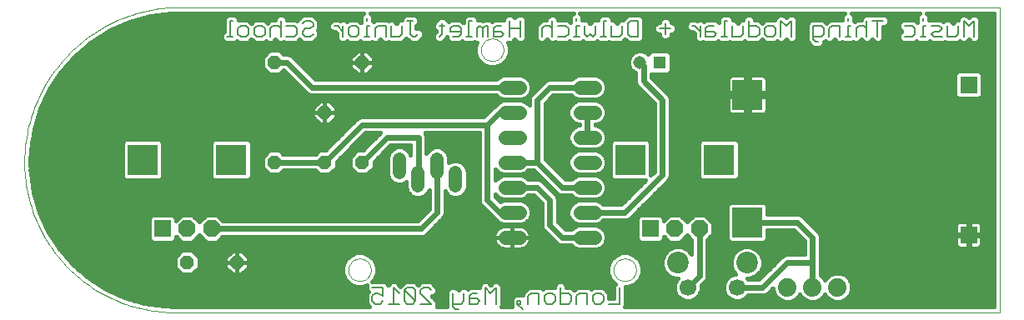
<source format=gbl>
G75*
%MOIN*%
%OFA0B0*%
%FSLAX24Y24*%
%IPPOS*%
%LPD*%
%AMOC8*
5,1,8,0,0,1.08239X$1,22.5*
%
%ADD10C,0.0000*%
%ADD11C,0.0060*%
%ADD12R,0.1200X0.1200*%
%ADD13OC8,0.0560*%
%ADD14R,0.0516X0.0516*%
%ADD15C,0.0516*%
%ADD16C,0.0560*%
%ADD17C,0.0740*%
%ADD18R,0.0690X0.0690*%
%ADD19R,0.0673X0.0673*%
%ADD20OC8,0.0673*%
%ADD21R,0.1227X0.1227*%
%ADD22C,0.0540*%
%ADD23C,0.0866*%
%ADD24C,0.0669*%
%ADD25C,0.0240*%
%ADD26C,0.0160*%
D10*
X006701Y001180D02*
X039656Y001180D01*
X039656Y013385D01*
X006982Y013385D01*
X018930Y011680D02*
X018932Y011722D01*
X018938Y011764D01*
X018948Y011805D01*
X018961Y011845D01*
X018979Y011883D01*
X018999Y011920D01*
X019024Y011955D01*
X019051Y011987D01*
X019081Y012016D01*
X019114Y012043D01*
X019149Y012066D01*
X019186Y012086D01*
X019225Y012102D01*
X019265Y012115D01*
X019306Y012124D01*
X019348Y012129D01*
X019391Y012130D01*
X019433Y012127D01*
X019474Y012120D01*
X019515Y012109D01*
X019555Y012095D01*
X019593Y012077D01*
X019629Y012055D01*
X019663Y012030D01*
X019694Y012002D01*
X019723Y011971D01*
X019749Y011938D01*
X019771Y011902D01*
X019791Y011864D01*
X019806Y011825D01*
X019818Y011785D01*
X019826Y011743D01*
X019830Y011701D01*
X019830Y011659D01*
X019826Y011617D01*
X019818Y011575D01*
X019806Y011535D01*
X019791Y011496D01*
X019771Y011458D01*
X019749Y011422D01*
X019723Y011389D01*
X019694Y011358D01*
X019663Y011330D01*
X019629Y011305D01*
X019593Y011283D01*
X019555Y011265D01*
X019515Y011251D01*
X019474Y011240D01*
X019433Y011233D01*
X019391Y011230D01*
X019348Y011231D01*
X019306Y011236D01*
X019265Y011245D01*
X019225Y011258D01*
X019186Y011274D01*
X019149Y011294D01*
X019114Y011317D01*
X019081Y011344D01*
X019051Y011373D01*
X019024Y011405D01*
X018999Y011440D01*
X018979Y011477D01*
X018961Y011515D01*
X018948Y011555D01*
X018938Y011596D01*
X018932Y011638D01*
X018930Y011680D01*
X006983Y013384D02*
X006828Y013385D01*
X006673Y013381D01*
X006518Y013373D01*
X006363Y013362D01*
X006209Y013346D01*
X006055Y013327D01*
X005901Y013304D01*
X005749Y013278D01*
X005597Y013247D01*
X005445Y013213D01*
X005295Y013174D01*
X005146Y013133D01*
X004998Y013087D01*
X004851Y013038D01*
X004705Y012985D01*
X004560Y012928D01*
X004417Y012868D01*
X004276Y012804D01*
X004136Y012737D01*
X003998Y012667D01*
X003862Y012593D01*
X003728Y012515D01*
X003595Y012434D01*
X003465Y012350D01*
X003337Y012263D01*
X003211Y012173D01*
X003087Y012079D01*
X002966Y011983D01*
X002847Y011883D01*
X002730Y011780D01*
X002617Y011675D01*
X002505Y011567D01*
X002397Y011456D01*
X002291Y011342D01*
X002189Y011226D01*
X002089Y011107D01*
X001992Y010986D01*
X001898Y010863D01*
X001808Y010737D01*
X001720Y010609D01*
X001636Y010479D01*
X001555Y010346D01*
X001477Y010212D01*
X001403Y010076D01*
X001332Y009938D01*
X001265Y009798D01*
X001201Y009657D01*
X001141Y009514D01*
X001084Y009370D01*
X001031Y009224D01*
X000981Y009077D01*
X000935Y008929D01*
X000893Y008780D01*
X000855Y008630D01*
X000820Y008478D01*
X000789Y008326D01*
X000762Y008174D01*
X000739Y008020D01*
X000720Y007867D01*
X000704Y007712D01*
X000692Y007558D01*
X000685Y007403D01*
X000681Y007248D01*
X000680Y007248D02*
X000680Y007201D01*
X000682Y007048D01*
X000688Y006896D01*
X000697Y006744D01*
X000711Y006592D01*
X000728Y006440D01*
X000749Y006289D01*
X000774Y006139D01*
X000803Y005989D01*
X000836Y005840D01*
X000872Y005692D01*
X000912Y005545D01*
X000956Y005399D01*
X001004Y005254D01*
X001055Y005110D01*
X001110Y004968D01*
X001168Y004827D01*
X001230Y004687D01*
X001295Y004549D01*
X001364Y004413D01*
X001437Y004279D01*
X001512Y004147D01*
X001591Y004016D01*
X001674Y003888D01*
X001759Y003761D01*
X001848Y003637D01*
X001940Y003516D01*
X002035Y003396D01*
X002133Y003279D01*
X002233Y003165D01*
X002337Y003053D01*
X002444Y002944D01*
X002553Y002837D01*
X002665Y002733D01*
X002779Y002633D01*
X002896Y002535D01*
X003016Y002440D01*
X003137Y002348D01*
X003261Y002259D01*
X003388Y002174D01*
X003516Y002091D01*
X003647Y002012D01*
X003779Y001937D01*
X003913Y001864D01*
X004049Y001795D01*
X004187Y001730D01*
X004327Y001668D01*
X004468Y001610D01*
X004610Y001555D01*
X004754Y001504D01*
X004899Y001456D01*
X005045Y001412D01*
X005192Y001372D01*
X005340Y001336D01*
X005489Y001303D01*
X005639Y001274D01*
X005789Y001249D01*
X005940Y001228D01*
X006092Y001211D01*
X006244Y001197D01*
X006396Y001188D01*
X006548Y001182D01*
X006701Y001180D01*
X013630Y002880D02*
X013632Y002922D01*
X013638Y002964D01*
X013648Y003005D01*
X013661Y003045D01*
X013679Y003083D01*
X013699Y003120D01*
X013724Y003155D01*
X013751Y003187D01*
X013781Y003216D01*
X013814Y003243D01*
X013849Y003266D01*
X013886Y003286D01*
X013925Y003302D01*
X013965Y003315D01*
X014006Y003324D01*
X014048Y003329D01*
X014091Y003330D01*
X014133Y003327D01*
X014174Y003320D01*
X014215Y003309D01*
X014255Y003295D01*
X014293Y003277D01*
X014329Y003255D01*
X014363Y003230D01*
X014394Y003202D01*
X014423Y003171D01*
X014449Y003138D01*
X014471Y003102D01*
X014491Y003064D01*
X014506Y003025D01*
X014518Y002985D01*
X014526Y002943D01*
X014530Y002901D01*
X014530Y002859D01*
X014526Y002817D01*
X014518Y002775D01*
X014506Y002735D01*
X014491Y002696D01*
X014471Y002658D01*
X014449Y002622D01*
X014423Y002589D01*
X014394Y002558D01*
X014363Y002530D01*
X014329Y002505D01*
X014293Y002483D01*
X014255Y002465D01*
X014215Y002451D01*
X014174Y002440D01*
X014133Y002433D01*
X014091Y002430D01*
X014048Y002431D01*
X014006Y002436D01*
X013965Y002445D01*
X013925Y002458D01*
X013886Y002474D01*
X013849Y002494D01*
X013814Y002517D01*
X013781Y002544D01*
X013751Y002573D01*
X013724Y002605D01*
X013699Y002640D01*
X013679Y002677D01*
X013661Y002715D01*
X013648Y002755D01*
X013638Y002796D01*
X013632Y002838D01*
X013630Y002880D01*
X024230Y002880D02*
X024232Y002922D01*
X024238Y002964D01*
X024248Y003005D01*
X024261Y003045D01*
X024279Y003083D01*
X024299Y003120D01*
X024324Y003155D01*
X024351Y003187D01*
X024381Y003216D01*
X024414Y003243D01*
X024449Y003266D01*
X024486Y003286D01*
X024525Y003302D01*
X024565Y003315D01*
X024606Y003324D01*
X024648Y003329D01*
X024691Y003330D01*
X024733Y003327D01*
X024774Y003320D01*
X024815Y003309D01*
X024855Y003295D01*
X024893Y003277D01*
X024929Y003255D01*
X024963Y003230D01*
X024994Y003202D01*
X025023Y003171D01*
X025049Y003138D01*
X025071Y003102D01*
X025091Y003064D01*
X025106Y003025D01*
X025118Y002985D01*
X025126Y002943D01*
X025130Y002901D01*
X025130Y002859D01*
X025126Y002817D01*
X025118Y002775D01*
X025106Y002735D01*
X025091Y002696D01*
X025071Y002658D01*
X025049Y002622D01*
X025023Y002589D01*
X024994Y002558D01*
X024963Y002530D01*
X024929Y002505D01*
X024893Y002483D01*
X024855Y002465D01*
X024815Y002451D01*
X024774Y002440D01*
X024733Y002433D01*
X024691Y002430D01*
X024648Y002431D01*
X024606Y002436D01*
X024565Y002445D01*
X024525Y002458D01*
X024486Y002474D01*
X024449Y002494D01*
X024414Y002517D01*
X024381Y002544D01*
X024351Y002573D01*
X024324Y002605D01*
X024299Y002640D01*
X024279Y002677D01*
X024261Y002715D01*
X024248Y002755D01*
X024238Y002796D01*
X024232Y002838D01*
X024230Y002880D01*
D11*
X024469Y002165D02*
X024469Y001524D01*
X024042Y001524D01*
X023824Y001631D02*
X023717Y001524D01*
X023504Y001524D01*
X023397Y001631D01*
X023397Y001844D01*
X023504Y001951D01*
X023717Y001951D01*
X023824Y001844D01*
X023824Y001631D01*
X023180Y001524D02*
X023180Y001951D01*
X022859Y001951D01*
X022753Y001844D01*
X022753Y001524D01*
X022535Y001631D02*
X022535Y001844D01*
X022428Y001951D01*
X022108Y001951D01*
X021890Y001844D02*
X021890Y001631D01*
X021784Y001524D01*
X021570Y001524D01*
X021463Y001631D01*
X021463Y001844D01*
X021570Y001951D01*
X021784Y001951D01*
X021890Y001844D01*
X022108Y001524D02*
X022108Y002165D01*
X021246Y001951D02*
X020926Y001951D01*
X020819Y001844D01*
X020819Y001524D01*
X020601Y001310D02*
X020388Y001524D01*
X020495Y001524D01*
X020495Y001631D01*
X020388Y001631D01*
X020388Y001524D01*
X021246Y001524D02*
X021246Y001951D01*
X022108Y001524D02*
X022428Y001524D01*
X022535Y001631D01*
X019527Y001524D02*
X019527Y002165D01*
X019314Y001951D01*
X019100Y002165D01*
X019100Y001524D01*
X018883Y001631D02*
X018776Y001738D01*
X018456Y001738D01*
X018456Y001844D02*
X018456Y001524D01*
X018776Y001524D01*
X018883Y001631D01*
X018238Y001631D02*
X018131Y001524D01*
X017811Y001524D01*
X017811Y001417D02*
X017918Y001310D01*
X018024Y001310D01*
X017811Y001417D02*
X017811Y001951D01*
X018238Y001951D02*
X018238Y001631D01*
X018456Y001844D02*
X018562Y001951D01*
X018776Y001951D01*
X016949Y002058D02*
X016842Y002165D01*
X016629Y002165D01*
X016522Y002058D01*
X016522Y001951D01*
X016949Y001524D01*
X016522Y001524D01*
X016304Y001631D02*
X015877Y002058D01*
X015877Y001631D01*
X015984Y001524D01*
X016198Y001524D01*
X016304Y001631D01*
X016304Y002058D01*
X016198Y002165D01*
X015984Y002165D01*
X015877Y002058D01*
X015660Y001951D02*
X015446Y002165D01*
X015446Y001524D01*
X015233Y001524D02*
X015660Y001524D01*
X015015Y001631D02*
X014908Y001524D01*
X014695Y001524D01*
X014588Y001631D01*
X014588Y001844D01*
X014695Y001951D01*
X014802Y001951D01*
X015015Y001844D01*
X015015Y002165D01*
X014588Y002165D01*
X032207Y012103D02*
X032207Y012637D01*
X032527Y012637D01*
X032634Y012530D01*
X032634Y012317D01*
X032527Y012210D01*
X032207Y012210D01*
X032207Y012103D02*
X032314Y011996D01*
X032421Y011996D01*
X032852Y012210D02*
X032852Y012530D01*
X032958Y012637D01*
X033279Y012637D01*
X033279Y012210D01*
X033495Y012210D02*
X033708Y012210D01*
X033602Y012210D02*
X033602Y012637D01*
X033708Y012637D01*
X033602Y012851D02*
X033602Y012957D01*
X034033Y012637D02*
X033926Y012530D01*
X033926Y012210D01*
X034353Y012210D02*
X034353Y012851D01*
X034571Y012851D02*
X034998Y012851D01*
X034784Y012851D02*
X034784Y012210D01*
X034353Y012530D02*
X034246Y012637D01*
X034033Y012637D01*
X035860Y012637D02*
X036180Y012637D01*
X036287Y012530D01*
X036287Y012317D01*
X036180Y012210D01*
X035860Y012210D01*
X036503Y012210D02*
X036716Y012210D01*
X036610Y012210D02*
X036610Y012637D01*
X036716Y012637D01*
X036934Y012637D02*
X037254Y012637D01*
X037361Y012530D01*
X037254Y012424D01*
X037041Y012424D01*
X036934Y012317D01*
X037041Y012210D01*
X037361Y012210D01*
X037578Y012210D02*
X037578Y012637D01*
X038005Y012637D02*
X038005Y012317D01*
X037899Y012210D01*
X037578Y012210D01*
X038223Y012210D02*
X038223Y012851D01*
X038436Y012637D01*
X038650Y012851D01*
X038650Y012210D01*
X036610Y012851D02*
X036610Y012957D01*
X031345Y012851D02*
X031345Y012210D01*
X030918Y012210D02*
X030918Y012851D01*
X031132Y012637D01*
X031345Y012851D01*
X030701Y012530D02*
X030594Y012637D01*
X030380Y012637D01*
X030274Y012530D01*
X030274Y012317D01*
X030380Y012210D01*
X030594Y012210D01*
X030701Y012317D01*
X030701Y012530D01*
X030056Y012530D02*
X030056Y012317D01*
X029949Y012210D01*
X029629Y012210D01*
X029629Y012851D01*
X029629Y012637D02*
X029949Y012637D01*
X030056Y012530D01*
X029411Y012637D02*
X029411Y012317D01*
X029305Y012210D01*
X028984Y012210D01*
X028984Y012637D01*
X028767Y012851D02*
X028660Y012851D01*
X028660Y012210D01*
X028767Y012210D02*
X028553Y012210D01*
X028337Y012317D02*
X028230Y012424D01*
X027910Y012424D01*
X027910Y012530D02*
X027910Y012210D01*
X028230Y012210D01*
X028337Y012317D01*
X028017Y012637D02*
X027910Y012530D01*
X028017Y012637D02*
X028230Y012637D01*
X027693Y012637D02*
X027693Y012210D01*
X027693Y012424D02*
X027479Y012637D01*
X027372Y012637D01*
X026511Y012530D02*
X026084Y012530D01*
X026297Y012744D02*
X026297Y012317D01*
X025222Y012210D02*
X025222Y012851D01*
X024902Y012851D01*
X024795Y012744D01*
X024795Y012317D01*
X024902Y012210D01*
X025222Y012210D01*
X024577Y012317D02*
X024471Y012210D01*
X024150Y012210D01*
X024150Y012637D01*
X023933Y012851D02*
X023826Y012851D01*
X023826Y012210D01*
X023933Y012210D02*
X023719Y012210D01*
X023503Y012317D02*
X023396Y012210D01*
X023290Y012317D01*
X023183Y012210D01*
X023076Y012317D01*
X023076Y012637D01*
X022859Y012637D02*
X022752Y012637D01*
X022752Y012210D01*
X022859Y012210D02*
X022645Y012210D01*
X022429Y012317D02*
X022322Y012210D01*
X022002Y012210D01*
X021784Y012210D02*
X021784Y012851D01*
X021678Y012637D02*
X021464Y012637D01*
X021357Y012530D01*
X021357Y012210D01*
X021784Y012530D02*
X021678Y012637D01*
X022002Y012637D02*
X022322Y012637D01*
X022429Y012530D01*
X022429Y012317D01*
X022752Y012851D02*
X022752Y012957D01*
X023503Y012637D02*
X023503Y012317D01*
X024577Y012317D02*
X024577Y012637D01*
X020495Y012530D02*
X020068Y012530D01*
X019851Y012317D02*
X019744Y012424D01*
X019424Y012424D01*
X019424Y012530D02*
X019424Y012210D01*
X019744Y012210D01*
X019851Y012317D01*
X020068Y012210D02*
X020068Y012851D01*
X019744Y012637D02*
X019530Y012637D01*
X019424Y012530D01*
X019206Y012637D02*
X019099Y012637D01*
X018993Y012530D01*
X018886Y012637D01*
X018779Y012530D01*
X018779Y012210D01*
X018993Y012210D02*
X018993Y012530D01*
X019206Y012637D02*
X019206Y012210D01*
X018562Y012210D02*
X018348Y012210D01*
X018455Y012210D02*
X018455Y012851D01*
X018562Y012851D01*
X018132Y012530D02*
X018025Y012637D01*
X017812Y012637D01*
X017705Y012530D01*
X017705Y012424D01*
X018132Y012424D01*
X018132Y012530D02*
X018132Y012317D01*
X018025Y012210D01*
X017812Y012210D01*
X017381Y012317D02*
X017274Y012210D01*
X017381Y012317D02*
X017381Y012744D01*
X017487Y012637D02*
X017274Y012637D01*
X016413Y012317D02*
X016306Y012210D01*
X016200Y012210D01*
X016093Y012317D01*
X016093Y012851D01*
X016200Y012851D02*
X015986Y012851D01*
X015768Y012637D02*
X015768Y012317D01*
X015662Y012210D01*
X015341Y012210D01*
X015341Y012637D01*
X015124Y012637D02*
X014804Y012637D01*
X014697Y012530D01*
X014697Y012210D01*
X014479Y012210D02*
X014266Y012210D01*
X014373Y012210D02*
X014373Y012637D01*
X014479Y012637D01*
X014373Y012851D02*
X014373Y012957D01*
X014050Y012530D02*
X013943Y012637D01*
X013729Y012637D01*
X013623Y012530D01*
X013623Y012317D01*
X013729Y012210D01*
X013943Y012210D01*
X014050Y012317D01*
X014050Y012530D01*
X013405Y012424D02*
X013192Y012637D01*
X013085Y012637D01*
X013405Y012637D02*
X013405Y012210D01*
X012223Y012317D02*
X012117Y012210D01*
X011903Y012210D01*
X011796Y012317D01*
X011796Y012424D01*
X011903Y012530D01*
X012117Y012530D01*
X012223Y012637D01*
X012223Y012744D01*
X012117Y012851D01*
X011903Y012851D01*
X011796Y012744D01*
X011579Y012530D02*
X011579Y012317D01*
X011472Y012210D01*
X011152Y012210D01*
X010934Y012210D02*
X010934Y012851D01*
X010828Y012637D02*
X010614Y012637D01*
X010507Y012530D01*
X010507Y012210D01*
X010290Y012317D02*
X010183Y012210D01*
X009970Y012210D01*
X009863Y012317D01*
X009863Y012530D01*
X009970Y012637D01*
X010183Y012637D01*
X010290Y012530D01*
X010290Y012317D01*
X010828Y012637D02*
X010934Y012530D01*
X011152Y012637D02*
X011472Y012637D01*
X011579Y012530D01*
X009645Y012530D02*
X009645Y012317D01*
X009539Y012210D01*
X009325Y012210D01*
X009218Y012317D01*
X009218Y012530D01*
X009325Y012637D01*
X009539Y012637D01*
X009645Y012530D01*
X009001Y012210D02*
X008787Y012210D01*
X008894Y012210D02*
X008894Y012851D01*
X009001Y012851D01*
X015124Y012637D02*
X015124Y012210D01*
X020495Y012210D02*
X020495Y012851D01*
D12*
X029580Y009880D03*
X029580Y004780D03*
D13*
X014180Y007180D03*
X012680Y007180D03*
X010680Y007180D03*
X012680Y009180D03*
X014180Y011180D03*
X010680Y011180D03*
X009180Y003180D03*
X007180Y003180D03*
D14*
X026074Y011180D03*
D15*
X025286Y011180D03*
D16*
X023460Y010180D02*
X022900Y010180D01*
X020460Y010180D02*
X019900Y010180D01*
X019900Y009180D02*
X020460Y009180D01*
X022900Y009180D02*
X023460Y009180D01*
X023460Y008180D02*
X022900Y008180D01*
X020460Y008180D02*
X019900Y008180D01*
X019900Y007180D02*
X020460Y007180D01*
X022900Y007180D02*
X023460Y007180D01*
X023460Y006180D02*
X022900Y006180D01*
X020460Y006180D02*
X019900Y006180D01*
X019900Y005180D02*
X020460Y005180D01*
X022900Y005180D02*
X023460Y005180D01*
X023460Y004180D02*
X022900Y004180D01*
X020460Y004180D02*
X019900Y004180D01*
D17*
X031180Y002180D03*
X032180Y002180D03*
X033180Y002180D03*
D18*
X038426Y004282D03*
X038426Y010282D03*
D19*
X025696Y004526D03*
X006196Y004526D03*
D20*
X007180Y004526D03*
X008164Y004526D03*
X026680Y004526D03*
X027664Y004526D03*
D21*
X028452Y007282D03*
X024908Y007282D03*
X008952Y007282D03*
X005408Y007282D03*
D22*
X015670Y007322D02*
X015670Y006782D01*
X016420Y006782D02*
X016420Y006242D01*
X017920Y006242D02*
X017920Y006782D01*
X017170Y006782D02*
X017170Y007322D01*
D23*
X026802Y003164D03*
X029558Y003164D03*
D24*
X029164Y002180D03*
X027196Y002180D03*
D25*
X027664Y002649D01*
X027664Y004526D01*
X029580Y004780D02*
X031580Y004780D01*
X032180Y004180D01*
X032180Y003180D01*
X031180Y003180D01*
X030180Y002180D01*
X029164Y002180D01*
X032180Y002180D02*
X032180Y003180D01*
X026180Y006680D02*
X024680Y005180D01*
X023180Y005180D01*
X022180Y004180D02*
X021680Y004680D01*
X021680Y005680D01*
X021180Y006180D01*
X020180Y006180D01*
X019180Y005680D02*
X019180Y008680D01*
X014180Y008680D01*
X012680Y007180D01*
X010680Y007180D01*
X014180Y007180D02*
X015180Y008180D01*
X016430Y008180D01*
X016430Y006792D01*
X016420Y006782D01*
X017170Y006782D02*
X017180Y006773D01*
X017180Y005180D01*
X016526Y004526D01*
X008164Y004526D01*
X019180Y005680D02*
X019680Y005180D01*
X020180Y005180D01*
X022180Y004180D02*
X023180Y004180D01*
X023180Y006180D02*
X022180Y006180D01*
X021180Y007180D01*
X021180Y009680D01*
X021680Y010180D01*
X023180Y010180D01*
X025430Y010430D02*
X025430Y011036D01*
X025286Y011180D01*
X025430Y010430D02*
X026180Y009680D01*
X026180Y006680D01*
X023180Y008180D02*
X023180Y009180D01*
X020180Y009180D02*
X019680Y009180D01*
X019180Y008680D01*
X020180Y007180D02*
X021180Y007180D01*
X020180Y010180D02*
X012180Y010180D01*
X011180Y011180D01*
X010680Y011180D01*
D26*
X004677Y001775D02*
X003926Y002118D01*
X003231Y002565D01*
X002606Y003106D01*
X002065Y003731D01*
X001618Y004426D01*
X001275Y005177D01*
X001042Y005970D01*
X000925Y006788D01*
X000910Y007201D01*
X000910Y007245D01*
X000931Y007672D01*
X001064Y008516D01*
X001315Y009333D01*
X001681Y010106D01*
X002152Y010818D01*
X002721Y011457D01*
X003374Y012008D01*
X004099Y012460D01*
X004881Y012805D01*
X005704Y013035D01*
X006552Y013145D01*
X006978Y013155D01*
X006981Y013155D01*
X007074Y013153D01*
X007076Y013155D01*
X014245Y013155D01*
X014143Y013053D01*
X014143Y012763D01*
X014120Y012785D01*
X014038Y012867D01*
X013634Y012867D01*
X013567Y012800D01*
X013500Y012867D01*
X013310Y012867D01*
X013298Y012856D01*
X013287Y012867D01*
X012990Y012867D01*
X012855Y012732D01*
X012855Y012542D01*
X012990Y012407D01*
X013096Y012407D01*
X013175Y012328D01*
X013175Y012115D01*
X013310Y011980D01*
X013500Y011980D01*
X013567Y012047D01*
X013634Y011980D01*
X014038Y011980D01*
X014104Y012046D01*
X014171Y011980D01*
X014575Y011980D01*
X014588Y011993D01*
X014602Y011980D01*
X014792Y011980D01*
X014910Y012098D01*
X015029Y011980D01*
X015219Y011980D01*
X015233Y011993D01*
X015246Y011980D01*
X015757Y011980D01*
X015892Y012115D01*
X015931Y012154D01*
X015942Y012142D01*
X015997Y012087D01*
X015997Y012087D01*
X016025Y012059D01*
X016104Y011980D01*
X016402Y011980D01*
X016643Y012221D01*
X016643Y012412D01*
X016508Y012547D01*
X016323Y012547D01*
X016323Y012649D01*
X016430Y012755D01*
X016430Y012946D01*
X016295Y013081D01*
X015891Y013081D01*
X015756Y012946D01*
X015756Y012867D01*
X015673Y012867D01*
X015555Y012749D01*
X015437Y012867D01*
X015246Y012867D01*
X015233Y012854D01*
X015219Y012867D01*
X014708Y012867D01*
X014642Y012800D01*
X014603Y012839D01*
X014603Y013053D01*
X014500Y013155D01*
X022624Y013155D01*
X022522Y013053D01*
X022522Y012763D01*
X022499Y012785D01*
X022417Y012867D01*
X022014Y012867D01*
X022014Y012946D01*
X021880Y013081D01*
X021689Y013081D01*
X021554Y012946D01*
X021554Y012867D01*
X021369Y012867D01*
X021262Y012760D01*
X021127Y012626D01*
X021127Y012115D01*
X021262Y011980D01*
X021453Y011980D01*
X021571Y012098D01*
X021689Y011980D01*
X021880Y011980D01*
X021893Y011993D01*
X021907Y011980D01*
X022417Y011980D01*
X022484Y012046D01*
X022550Y011980D01*
X022954Y011980D01*
X023021Y012047D01*
X023088Y011980D01*
X023278Y011980D01*
X023290Y011991D01*
X023301Y011980D01*
X023492Y011980D01*
X023558Y012046D01*
X023624Y011980D01*
X024028Y011980D01*
X024042Y011993D01*
X024055Y011980D01*
X024566Y011980D01*
X024686Y012100D01*
X024700Y012087D01*
X024727Y012059D01*
X024806Y011980D01*
X025317Y011980D01*
X025452Y012115D01*
X025452Y012946D01*
X025317Y013081D01*
X024806Y013081D01*
X024725Y012999D01*
X024700Y012974D01*
X024647Y012921D01*
X024593Y012867D01*
X024482Y012867D01*
X024364Y012749D01*
X024246Y012867D01*
X024163Y012867D01*
X024163Y012946D01*
X024028Y013081D01*
X023731Y013081D01*
X023596Y012946D01*
X023596Y012867D01*
X023408Y012867D01*
X023290Y012749D01*
X023171Y012867D01*
X022982Y012867D01*
X022982Y013053D01*
X022880Y013155D01*
X033474Y013155D01*
X033372Y013053D01*
X033372Y012867D01*
X032863Y012867D01*
X032756Y012760D01*
X032743Y012747D01*
X032704Y012785D01*
X032623Y012867D01*
X032112Y012867D01*
X031977Y012732D01*
X031977Y012008D01*
X032219Y011766D01*
X032516Y011766D01*
X032651Y011901D01*
X032651Y012008D01*
X032690Y012047D01*
X032756Y011980D01*
X032947Y011980D01*
X033065Y012098D01*
X033183Y011980D01*
X033374Y011980D01*
X033387Y011993D01*
X033400Y011980D01*
X033804Y011980D01*
X033817Y011993D01*
X033831Y011980D01*
X034021Y011980D01*
X034139Y012098D01*
X034258Y011980D01*
X034448Y011980D01*
X034569Y012100D01*
X034689Y011980D01*
X034879Y011980D01*
X035014Y012115D01*
X035014Y012621D01*
X035093Y012621D01*
X035228Y012755D01*
X035228Y012946D01*
X035093Y013081D01*
X034475Y013081D01*
X034462Y013067D01*
X034448Y013081D01*
X034258Y013081D01*
X034123Y012946D01*
X034123Y012867D01*
X033937Y012867D01*
X033871Y012800D01*
X033832Y012839D01*
X033832Y013053D01*
X033730Y013155D01*
X036482Y013155D01*
X036380Y013053D01*
X036380Y012763D01*
X036357Y012785D01*
X036275Y012867D01*
X035764Y012867D01*
X035630Y012732D01*
X035630Y012542D01*
X035748Y012424D01*
X035630Y012305D01*
X035630Y012115D01*
X035764Y011980D01*
X036275Y011980D01*
X036341Y012046D01*
X036408Y011980D01*
X036812Y011980D01*
X036878Y012047D01*
X036945Y011980D01*
X037456Y011980D01*
X037470Y011993D01*
X037483Y011980D01*
X037994Y011980D01*
X038061Y012047D01*
X038128Y011980D01*
X038318Y011980D01*
X038436Y012098D01*
X038555Y011980D01*
X038745Y011980D01*
X038880Y012115D01*
X038880Y012946D01*
X038745Y013081D01*
X038555Y013081D01*
X038436Y012962D01*
X038321Y013078D01*
X038318Y013081D01*
X038128Y013081D01*
X037995Y012948D01*
X037993Y012946D01*
X037993Y012867D01*
X037910Y012867D01*
X037792Y012749D01*
X037674Y012867D01*
X037483Y012867D01*
X037416Y012800D01*
X037349Y012867D01*
X036840Y012867D01*
X036840Y013053D01*
X036737Y013155D01*
X039426Y013155D01*
X039426Y001410D01*
X024680Y001410D01*
X024699Y001429D01*
X024699Y002200D01*
X024815Y002200D01*
X025065Y002304D01*
X025256Y002495D01*
X025360Y002745D01*
X025360Y003015D01*
X025256Y003265D01*
X025065Y003456D01*
X024815Y003560D01*
X024545Y003560D01*
X024295Y003456D01*
X024104Y003265D01*
X024000Y003015D01*
X024000Y002745D01*
X024104Y002495D01*
X024289Y002310D01*
X024239Y002260D01*
X024239Y001754D01*
X024054Y001754D01*
X024054Y001940D01*
X023972Y002021D01*
X023947Y002046D01*
X023947Y002046D01*
X023894Y002099D01*
X023813Y002181D01*
X023409Y002181D01*
X023342Y002114D01*
X023275Y002181D01*
X022764Y002181D01*
X022657Y002074D01*
X022644Y002061D01*
X022603Y002102D01*
X022523Y002181D01*
X022338Y002181D01*
X022338Y002260D01*
X022203Y002395D01*
X022013Y002395D01*
X021878Y002260D01*
X021878Y002181D01*
X021475Y002181D01*
X021408Y002114D01*
X021341Y002181D01*
X020830Y002181D01*
X020724Y002074D01*
X020589Y001940D01*
X020589Y001861D01*
X020293Y001861D01*
X020158Y001726D01*
X020158Y001429D01*
X020177Y001410D01*
X019738Y001410D01*
X019757Y001429D01*
X019757Y002260D01*
X019622Y002395D01*
X019432Y002395D01*
X019314Y002276D01*
X019198Y002392D01*
X019195Y002395D01*
X019005Y002395D01*
X018872Y002262D01*
X018870Y002260D01*
X018870Y002181D01*
X018467Y002181D01*
X018400Y002114D01*
X018333Y002181D01*
X018143Y002181D01*
X018024Y002063D01*
X017906Y002181D01*
X017716Y002181D01*
X017581Y002046D01*
X017581Y001410D01*
X017160Y001410D01*
X017179Y001429D01*
X017179Y001619D01*
X016970Y001828D01*
X017044Y001828D01*
X017179Y001963D01*
X017179Y002153D01*
X016937Y002395D01*
X016533Y002395D01*
X016452Y002313D01*
X016427Y002288D01*
X016427Y002288D01*
X016413Y002274D01*
X016293Y002395D01*
X015889Y002395D01*
X015809Y002315D01*
X015782Y002288D01*
X015715Y002221D01*
X015676Y002260D01*
X015542Y002395D01*
X015351Y002395D01*
X015231Y002274D01*
X015111Y002395D01*
X014556Y002395D01*
X014656Y002495D01*
X014760Y002745D01*
X014760Y003015D01*
X014656Y003265D01*
X014465Y003456D01*
X014215Y003560D01*
X013945Y003560D01*
X013695Y003456D01*
X013504Y003265D01*
X013400Y003015D01*
X013400Y002745D01*
X013504Y002495D01*
X013695Y002304D01*
X013945Y002200D01*
X014215Y002200D01*
X014358Y002259D01*
X014358Y002069D01*
X014423Y002004D01*
X014358Y001940D01*
X014358Y001535D01*
X014440Y001454D01*
X014484Y001410D01*
X006701Y001410D01*
X006288Y001425D01*
X005470Y001542D01*
X004677Y001775D01*
X004592Y001814D02*
X014358Y001814D01*
X014358Y001656D02*
X005084Y001656D01*
X005785Y001497D02*
X014397Y001497D01*
X014391Y001973D02*
X004245Y001973D01*
X003906Y002131D02*
X014358Y002131D01*
X014610Y002448D02*
X024150Y002448D01*
X024057Y002607D02*
X014703Y002607D01*
X014760Y002765D02*
X024000Y002765D01*
X024000Y002924D02*
X014760Y002924D01*
X014732Y003082D02*
X024028Y003082D01*
X024093Y003241D02*
X014667Y003241D01*
X014523Y003399D02*
X024237Y003399D01*
X024539Y003558D02*
X014221Y003558D01*
X013939Y003558D02*
X009453Y003558D01*
X009371Y003640D02*
X009180Y003640D01*
X009180Y003180D01*
X009640Y003180D01*
X009640Y003371D01*
X009371Y003640D01*
X009180Y003640D02*
X008989Y003640D01*
X008720Y003371D01*
X008720Y003180D01*
X009180Y003180D01*
X009180Y003180D01*
X009180Y003180D01*
X009640Y003180D01*
X009640Y002989D01*
X009371Y002720D01*
X009180Y002720D01*
X009180Y003180D01*
X009180Y003180D01*
X009180Y003180D01*
X009180Y003640D01*
X009180Y003558D02*
X009180Y003558D01*
X009180Y003399D02*
X009180Y003399D01*
X009180Y003241D02*
X009180Y003241D01*
X009180Y003180D02*
X008720Y003180D01*
X008720Y002989D01*
X008989Y002720D01*
X009180Y002720D01*
X009180Y003180D01*
X009180Y003082D02*
X009180Y003082D01*
X009180Y002924D02*
X009180Y002924D01*
X009180Y002765D02*
X009180Y002765D01*
X009416Y002765D02*
X013400Y002765D01*
X013400Y002924D02*
X009574Y002924D01*
X009640Y003082D02*
X013428Y003082D01*
X013493Y003241D02*
X009640Y003241D01*
X009612Y003399D02*
X013637Y003399D01*
X013457Y002607D02*
X003183Y002607D01*
X003413Y002448D02*
X013550Y002448D01*
X013729Y002290D02*
X003659Y002290D01*
X003000Y002765D02*
X006916Y002765D01*
X006981Y002700D02*
X007379Y002700D01*
X007660Y002981D01*
X007660Y003379D01*
X007379Y003660D01*
X006981Y003660D01*
X006700Y003379D01*
X006700Y002981D01*
X006981Y002700D01*
X007444Y002765D02*
X008944Y002765D01*
X008786Y002924D02*
X007602Y002924D01*
X007660Y003082D02*
X008720Y003082D01*
X008720Y003241D02*
X007660Y003241D01*
X007640Y003399D02*
X008748Y003399D01*
X008907Y003558D02*
X007481Y003558D01*
X006879Y003558D02*
X002215Y003558D01*
X002078Y003716D02*
X022766Y003716D01*
X022805Y003700D02*
X023555Y003700D01*
X023732Y003773D01*
X023867Y003908D01*
X023940Y004085D01*
X023940Y004275D01*
X023867Y004452D01*
X023732Y004587D01*
X023555Y004660D01*
X022805Y004660D01*
X022628Y004587D01*
X022541Y004500D01*
X022313Y004500D01*
X022000Y004813D01*
X022000Y005744D01*
X021951Y005861D01*
X021861Y005951D01*
X021361Y006451D01*
X021244Y006500D01*
X020819Y006500D01*
X020732Y006587D01*
X020555Y006660D01*
X019805Y006660D01*
X019628Y006587D01*
X019500Y006459D01*
X019500Y006901D01*
X019628Y006773D01*
X019805Y006700D01*
X020555Y006700D01*
X020732Y006773D01*
X020819Y006860D01*
X021047Y006860D01*
X021909Y005999D01*
X021999Y005909D01*
X022116Y005860D01*
X022541Y005860D01*
X022628Y005773D01*
X022805Y005700D01*
X023555Y005700D01*
X023732Y005773D01*
X023867Y005908D01*
X023940Y006085D01*
X023940Y006275D01*
X023867Y006452D01*
X023732Y006587D01*
X023555Y006660D01*
X022805Y006660D01*
X022628Y006587D01*
X022541Y006500D01*
X022313Y006500D01*
X021500Y007313D01*
X021500Y009547D01*
X021813Y009860D01*
X022541Y009860D01*
X022628Y009773D01*
X022805Y009700D01*
X023555Y009700D01*
X023732Y009773D01*
X023867Y009908D01*
X023940Y010085D01*
X023940Y010275D01*
X023867Y010452D01*
X023732Y010587D01*
X023555Y010660D01*
X022805Y010660D01*
X022628Y010587D01*
X022541Y010500D01*
X021616Y010500D01*
X021499Y010451D01*
X020999Y009951D01*
X020909Y009861D01*
X020860Y009744D01*
X020860Y009459D01*
X020732Y009587D01*
X020555Y009660D01*
X019805Y009660D01*
X019628Y009587D01*
X019493Y009452D01*
X019489Y009441D01*
X019409Y009361D01*
X019047Y009000D01*
X014116Y009000D01*
X013999Y008951D01*
X013909Y008861D01*
X012707Y007660D01*
X012481Y007660D01*
X012321Y007500D01*
X011039Y007500D01*
X010879Y007660D01*
X010481Y007660D01*
X010200Y007379D01*
X010200Y006981D01*
X010481Y006700D01*
X010879Y006700D01*
X011039Y006860D01*
X012321Y006860D01*
X012481Y006700D01*
X012879Y006700D01*
X013160Y006981D01*
X013160Y007207D01*
X014313Y008360D01*
X014907Y008360D01*
X014207Y007660D01*
X013981Y007660D01*
X013700Y007379D01*
X013700Y006981D01*
X013981Y006700D01*
X014379Y006700D01*
X014660Y006981D01*
X014660Y007207D01*
X015313Y007860D01*
X016110Y007860D01*
X016110Y007489D01*
X016069Y007589D01*
X015936Y007721D01*
X015764Y007792D01*
X015577Y007792D01*
X015404Y007721D01*
X015272Y007589D01*
X015200Y007416D01*
X015200Y006689D01*
X015272Y006516D01*
X015404Y006384D01*
X015577Y006312D01*
X015764Y006312D01*
X015936Y006384D01*
X015950Y006398D01*
X015950Y006149D01*
X016022Y005976D01*
X016154Y005844D01*
X016327Y005772D01*
X016514Y005772D01*
X016686Y005844D01*
X016819Y005976D01*
X016860Y006076D01*
X016860Y005313D01*
X016394Y004846D01*
X008603Y004846D01*
X008386Y005063D01*
X007942Y005063D01*
X007672Y004793D01*
X007402Y005063D01*
X006958Y005063D01*
X006732Y004838D01*
X006732Y004946D01*
X006615Y005063D01*
X005776Y005063D01*
X005659Y004946D01*
X005659Y004107D01*
X005776Y003990D01*
X006615Y003990D01*
X006732Y004107D01*
X006732Y004215D01*
X006958Y003990D01*
X007402Y003990D01*
X007672Y004260D01*
X007942Y003990D01*
X008386Y003990D01*
X008603Y004206D01*
X016590Y004206D01*
X016708Y004255D01*
X017361Y004909D01*
X017451Y004999D01*
X017500Y005116D01*
X017500Y006029D01*
X017522Y005976D01*
X017654Y005844D01*
X017827Y005772D01*
X018014Y005772D01*
X018186Y005844D01*
X018319Y005976D01*
X018390Y006149D01*
X018390Y006876D01*
X018319Y007049D01*
X018186Y007181D01*
X018014Y007252D01*
X017827Y007252D01*
X017654Y007181D01*
X017640Y007167D01*
X017640Y007416D01*
X017569Y007589D01*
X017436Y007721D01*
X017264Y007792D01*
X017077Y007792D01*
X016904Y007721D01*
X016772Y007589D01*
X016750Y007536D01*
X016750Y008244D01*
X016702Y008360D01*
X018860Y008360D01*
X018860Y005616D01*
X018909Y005499D01*
X018999Y005409D01*
X019489Y004919D01*
X019493Y004908D01*
X019628Y004773D01*
X019805Y004700D01*
X020555Y004700D01*
X020732Y004773D01*
X020867Y004908D01*
X020940Y005085D01*
X020940Y005275D01*
X020867Y005452D01*
X020732Y005587D01*
X020555Y005660D01*
X019805Y005660D01*
X019697Y005615D01*
X019500Y005813D01*
X019500Y005901D01*
X019628Y005773D01*
X019805Y005700D01*
X020555Y005700D01*
X020732Y005773D01*
X020819Y005860D01*
X021047Y005860D01*
X021360Y005547D01*
X021360Y004616D01*
X021409Y004499D01*
X021909Y003999D01*
X021999Y003909D01*
X022116Y003860D01*
X022541Y003860D01*
X022628Y003773D01*
X022805Y003700D01*
X022081Y003875D02*
X020805Y003875D01*
X020811Y003880D02*
X020853Y003939D01*
X020886Y004003D01*
X020909Y004072D01*
X020920Y004144D01*
X020920Y004180D01*
X020920Y004216D01*
X020909Y004288D01*
X020886Y004357D01*
X020853Y004421D01*
X020811Y004480D01*
X020760Y004531D01*
X020701Y004573D01*
X020637Y004606D01*
X020568Y004629D01*
X020496Y004640D01*
X020180Y004640D01*
X020180Y004180D01*
X020180Y004180D01*
X020920Y004180D01*
X020180Y004180D01*
X020180Y004180D01*
X020180Y003720D01*
X020496Y003720D01*
X020568Y003731D01*
X020637Y003754D01*
X020701Y003787D01*
X020760Y003829D01*
X020811Y003880D01*
X020896Y004033D02*
X021874Y004033D01*
X021716Y004192D02*
X020920Y004192D01*
X020888Y004350D02*
X021557Y004350D01*
X021405Y004509D02*
X020782Y004509D01*
X020180Y004509D02*
X020180Y004509D01*
X020180Y004640D02*
X019864Y004640D01*
X019792Y004629D01*
X019723Y004606D01*
X019659Y004573D01*
X019600Y004531D01*
X019549Y004480D01*
X019507Y004421D01*
X019474Y004357D01*
X019451Y004288D01*
X019440Y004216D01*
X019440Y004180D01*
X020180Y004180D01*
X020180Y004180D01*
X020180Y004180D01*
X020180Y004640D01*
X019578Y004509D02*
X016961Y004509D01*
X017120Y004667D02*
X021360Y004667D01*
X021360Y004826D02*
X020784Y004826D01*
X020898Y004984D02*
X021360Y004984D01*
X021360Y005143D02*
X020940Y005143D01*
X020929Y005301D02*
X021360Y005301D01*
X021360Y005460D02*
X020859Y005460D01*
X020657Y005618D02*
X021289Y005618D01*
X021131Y005777D02*
X020735Y005777D01*
X019703Y005618D02*
X019695Y005618D01*
X019625Y005777D02*
X019536Y005777D01*
X018948Y005460D02*
X017500Y005460D01*
X017500Y005618D02*
X018860Y005618D01*
X018860Y005777D02*
X018024Y005777D01*
X017817Y005777D02*
X017500Y005777D01*
X017500Y005935D02*
X017563Y005935D01*
X016860Y005935D02*
X016777Y005935D01*
X016860Y005777D02*
X016524Y005777D01*
X016317Y005777D02*
X001099Y005777D01*
X001053Y005935D02*
X016063Y005935D01*
X015973Y006094D02*
X001025Y006094D01*
X001002Y006252D02*
X015950Y006252D01*
X015377Y006411D02*
X000979Y006411D01*
X000956Y006569D02*
X004612Y006569D01*
X004595Y006586D02*
X004712Y006469D01*
X006105Y006469D01*
X006222Y006586D01*
X006222Y007979D01*
X006105Y008096D01*
X004712Y008096D01*
X004595Y007979D01*
X004595Y006586D01*
X004595Y006728D02*
X000933Y006728D01*
X000921Y006886D02*
X004595Y006886D01*
X004595Y007045D02*
X000916Y007045D01*
X000910Y007203D02*
X004595Y007203D01*
X004595Y007362D02*
X000916Y007362D01*
X000923Y007520D02*
X004595Y007520D01*
X004595Y007679D02*
X000932Y007679D01*
X000957Y007837D02*
X004595Y007837D01*
X004612Y007996D02*
X000982Y007996D01*
X001007Y008154D02*
X013201Y008154D01*
X013043Y007996D02*
X009748Y007996D01*
X009765Y007979D02*
X009648Y008096D01*
X008255Y008096D01*
X008138Y007979D01*
X008138Y006586D01*
X008255Y006469D01*
X009648Y006469D01*
X009765Y006586D01*
X009765Y007979D01*
X009765Y007837D02*
X012884Y007837D01*
X012726Y007679D02*
X009765Y007679D01*
X009765Y007520D02*
X010341Y007520D01*
X010200Y007362D02*
X009765Y007362D01*
X009765Y007203D02*
X010200Y007203D01*
X010200Y007045D02*
X009765Y007045D01*
X009765Y006886D02*
X010295Y006886D01*
X010454Y006728D02*
X009765Y006728D01*
X009748Y006569D02*
X015250Y006569D01*
X015200Y006728D02*
X014406Y006728D01*
X014565Y006886D02*
X015200Y006886D01*
X015200Y007045D02*
X014660Y007045D01*
X014660Y007203D02*
X015200Y007203D01*
X015200Y007362D02*
X014814Y007362D01*
X014973Y007520D02*
X015243Y007520D01*
X015131Y007679D02*
X015362Y007679D01*
X015290Y007837D02*
X016110Y007837D01*
X016750Y007837D02*
X018860Y007837D01*
X018860Y007996D02*
X016750Y007996D01*
X016750Y008154D02*
X018860Y008154D01*
X018860Y008313D02*
X016721Y008313D01*
X014860Y008313D02*
X014265Y008313D01*
X014107Y008154D02*
X014701Y008154D01*
X014543Y007996D02*
X013948Y007996D01*
X013790Y007837D02*
X014384Y007837D01*
X014226Y007679D02*
X013631Y007679D01*
X013473Y007520D02*
X013841Y007520D01*
X013700Y007362D02*
X013314Y007362D01*
X013160Y007203D02*
X013700Y007203D01*
X013700Y007045D02*
X013160Y007045D01*
X013065Y006886D02*
X013795Y006886D01*
X013954Y006728D02*
X012906Y006728D01*
X012454Y006728D02*
X010906Y006728D01*
X011019Y007520D02*
X012341Y007520D01*
X013360Y008313D02*
X001032Y008313D01*
X001057Y008471D02*
X013518Y008471D01*
X013677Y008630D02*
X001099Y008630D01*
X001148Y008788D02*
X012421Y008788D01*
X012489Y008720D02*
X012220Y008989D01*
X012220Y009180D01*
X012680Y009180D01*
X012680Y009180D01*
X012680Y009640D01*
X012871Y009640D01*
X013140Y009371D01*
X013140Y009180D01*
X012680Y009180D01*
X012680Y009180D01*
X012680Y009180D01*
X012680Y009640D01*
X012489Y009640D01*
X012220Y009371D01*
X012220Y009180D01*
X012680Y009180D01*
X013140Y009180D01*
X013140Y008989D01*
X012871Y008720D01*
X012680Y008720D01*
X012680Y009180D01*
X012680Y009180D01*
X012680Y008720D01*
X012489Y008720D01*
X012680Y008788D02*
X012680Y008788D01*
X012680Y008947D02*
X012680Y008947D01*
X012680Y009105D02*
X012680Y009105D01*
X012680Y009264D02*
X012680Y009264D01*
X012680Y009422D02*
X012680Y009422D01*
X012680Y009581D02*
X012680Y009581D01*
X012930Y009581D02*
X019622Y009581D01*
X019710Y009739D02*
X001507Y009739D01*
X001433Y009581D02*
X012430Y009581D01*
X012271Y009422D02*
X001358Y009422D01*
X001294Y009264D02*
X012220Y009264D01*
X012220Y009105D02*
X001245Y009105D01*
X001196Y008947D02*
X012263Y008947D01*
X012939Y008788D02*
X013835Y008788D01*
X013909Y008861D02*
X013909Y008861D01*
X013994Y008947D02*
X013097Y008947D01*
X013140Y009105D02*
X019152Y009105D01*
X019311Y009264D02*
X013140Y009264D01*
X013089Y009422D02*
X019469Y009422D01*
X019628Y009773D02*
X019805Y009700D01*
X020555Y009700D01*
X020732Y009773D01*
X020867Y009908D01*
X020940Y010085D01*
X020940Y010275D01*
X020867Y010452D01*
X020732Y010587D01*
X020555Y010660D01*
X019805Y010660D01*
X019628Y010587D01*
X019541Y010500D01*
X012313Y010500D01*
X011361Y011451D01*
X011244Y011500D01*
X011039Y011500D01*
X010879Y011660D01*
X010481Y011660D01*
X010200Y011379D01*
X010200Y010981D01*
X010481Y010700D01*
X010879Y010700D01*
X011039Y010860D01*
X011047Y010860D01*
X011909Y009999D01*
X011999Y009909D01*
X012116Y009860D01*
X019541Y009860D01*
X019628Y009773D01*
X020650Y009739D02*
X020860Y009739D01*
X020860Y009581D02*
X020738Y009581D01*
X020856Y009898D02*
X020945Y009898D01*
X020928Y010056D02*
X021103Y010056D01*
X021262Y010215D02*
X020940Y010215D01*
X020900Y010373D02*
X021420Y010373D01*
X020787Y010532D02*
X022573Y010532D01*
X023787Y010532D02*
X025110Y010532D01*
X025110Y010690D02*
X012123Y010690D01*
X012281Y010532D02*
X019573Y010532D01*
X019515Y011000D02*
X019245Y011000D01*
X018995Y011104D01*
X018804Y011295D01*
X018700Y011545D01*
X018700Y011815D01*
X018768Y011980D01*
X018684Y011980D01*
X018670Y011993D01*
X018657Y011980D01*
X018253Y011980D01*
X018187Y012046D01*
X018120Y011980D01*
X017716Y011980D01*
X017582Y012115D01*
X017582Y012193D01*
X017529Y012140D01*
X017476Y012087D01*
X017476Y012087D01*
X017369Y011980D01*
X017178Y011980D01*
X017044Y012115D01*
X017044Y012305D01*
X017151Y012412D01*
X017151Y012435D01*
X017044Y012542D01*
X017044Y012732D01*
X017179Y012867D01*
X017285Y012974D01*
X017476Y012974D01*
X017611Y012839D01*
X017611Y012839D01*
X017649Y012800D01*
X017716Y012867D01*
X018120Y012867D01*
X018200Y012788D01*
X018225Y012763D01*
X018225Y012946D01*
X018360Y013081D01*
X018657Y013081D01*
X018792Y012946D01*
X018792Y012867D01*
X018981Y012867D01*
X018993Y012856D01*
X019004Y012867D01*
X019301Y012867D01*
X019368Y012800D01*
X019435Y012867D01*
X019838Y012867D01*
X019838Y012946D01*
X019973Y013081D01*
X020163Y013081D01*
X020282Y012962D01*
X020400Y013081D01*
X020590Y013081D01*
X020725Y012946D01*
X020725Y012115D01*
X020590Y011980D01*
X020400Y011980D01*
X020282Y012098D01*
X020163Y011980D01*
X019992Y011980D01*
X020060Y011815D01*
X020060Y011545D01*
X019956Y011295D01*
X019765Y011104D01*
X019515Y011000D01*
X019532Y011007D02*
X024862Y011007D01*
X024829Y011089D02*
X024898Y010921D01*
X025027Y010792D01*
X025110Y010758D01*
X025110Y010366D01*
X025159Y010249D01*
X025249Y010159D01*
X025860Y009547D01*
X025860Y006813D01*
X025722Y006674D01*
X025722Y007979D01*
X025605Y008096D01*
X024212Y008096D01*
X024095Y007979D01*
X024095Y006586D01*
X024212Y006469D01*
X025516Y006469D01*
X024547Y005500D01*
X023819Y005500D01*
X023732Y005587D01*
X023555Y005660D01*
X022805Y005660D01*
X022628Y005587D01*
X022493Y005452D01*
X022420Y005275D01*
X022420Y005085D01*
X022493Y004908D01*
X022628Y004773D01*
X022805Y004700D01*
X023555Y004700D01*
X023732Y004773D01*
X023819Y004860D01*
X024744Y004860D01*
X024861Y004909D01*
X026361Y006409D01*
X026451Y006499D01*
X026500Y006616D01*
X026500Y009744D01*
X026451Y009861D01*
X025750Y010563D01*
X025750Y010722D01*
X026414Y010722D01*
X026531Y010839D01*
X026531Y011521D01*
X026414Y011638D01*
X025733Y011638D01*
X025616Y011521D01*
X025616Y011498D01*
X025546Y011568D01*
X025377Y011638D01*
X025195Y011638D01*
X025027Y011568D01*
X024898Y011439D01*
X024829Y011271D01*
X024829Y011089D01*
X024829Y011166D02*
X019827Y011166D01*
X019969Y011324D02*
X024850Y011324D01*
X024941Y011483D02*
X020034Y011483D01*
X020060Y011641D02*
X039426Y011641D01*
X039426Y011483D02*
X026531Y011483D01*
X026531Y011324D02*
X039426Y011324D01*
X039426Y011166D02*
X026531Y011166D01*
X026531Y011007D02*
X039426Y011007D01*
X039426Y010849D02*
X026531Y010849D01*
X025750Y010690D02*
X037881Y010690D01*
X037881Y010710D02*
X037881Y009855D01*
X037998Y009737D01*
X038854Y009737D01*
X038971Y009855D01*
X038971Y010710D01*
X038854Y010827D01*
X037998Y010827D01*
X037881Y010710D01*
X037881Y010532D02*
X030353Y010532D01*
X030348Y010549D02*
X030324Y010591D01*
X030291Y010624D01*
X030249Y010648D01*
X030204Y010660D01*
X029660Y010660D01*
X029660Y009960D01*
X030360Y009960D01*
X030360Y010504D01*
X030348Y010549D01*
X030360Y010373D02*
X037881Y010373D01*
X037881Y010215D02*
X030360Y010215D01*
X030360Y010056D02*
X037881Y010056D01*
X037881Y009898D02*
X029660Y009898D01*
X029660Y009960D02*
X029660Y009800D01*
X030360Y009800D01*
X030360Y009256D01*
X030348Y009211D01*
X030324Y009169D01*
X030291Y009136D01*
X030249Y009112D01*
X030204Y009100D01*
X029660Y009100D01*
X029660Y009800D01*
X029500Y009800D01*
X029500Y009100D01*
X028956Y009100D01*
X028911Y009112D01*
X028869Y009136D01*
X028836Y009169D01*
X028812Y009211D01*
X028800Y009256D01*
X028800Y009800D01*
X029500Y009800D01*
X029500Y009960D01*
X029500Y010660D01*
X028956Y010660D01*
X028911Y010648D01*
X028869Y010624D01*
X028836Y010591D01*
X028812Y010549D01*
X028800Y010504D01*
X028800Y009960D01*
X029500Y009960D01*
X029660Y009960D01*
X029660Y010056D02*
X029500Y010056D01*
X029500Y009898D02*
X026415Y009898D01*
X026500Y009739D02*
X028800Y009739D01*
X028800Y009581D02*
X026500Y009581D01*
X026500Y009422D02*
X028800Y009422D01*
X028800Y009264D02*
X026500Y009264D01*
X026500Y009105D02*
X028938Y009105D01*
X029500Y009105D02*
X029660Y009105D01*
X029660Y009264D02*
X029500Y009264D01*
X029500Y009422D02*
X029660Y009422D01*
X029660Y009581D02*
X029500Y009581D01*
X029500Y009739D02*
X029660Y009739D01*
X030360Y009739D02*
X037997Y009739D01*
X038856Y009739D02*
X039426Y009739D01*
X039426Y009581D02*
X030360Y009581D01*
X030360Y009422D02*
X039426Y009422D01*
X039426Y009264D02*
X030360Y009264D01*
X030222Y009105D02*
X039426Y009105D01*
X039426Y008947D02*
X026500Y008947D01*
X026500Y008788D02*
X039426Y008788D01*
X039426Y008630D02*
X026500Y008630D01*
X026500Y008471D02*
X039426Y008471D01*
X039426Y008313D02*
X026500Y008313D01*
X026500Y008154D02*
X039426Y008154D01*
X039426Y007996D02*
X029248Y007996D01*
X029265Y007979D02*
X029148Y008096D01*
X027755Y008096D01*
X027638Y007979D01*
X027638Y006586D01*
X027755Y006469D01*
X029148Y006469D01*
X029265Y006586D01*
X029265Y007979D01*
X029265Y007837D02*
X039426Y007837D01*
X039426Y007679D02*
X029265Y007679D01*
X029265Y007520D02*
X039426Y007520D01*
X039426Y007362D02*
X029265Y007362D01*
X029265Y007203D02*
X039426Y007203D01*
X039426Y007045D02*
X029265Y007045D01*
X029265Y006886D02*
X039426Y006886D01*
X039426Y006728D02*
X029265Y006728D01*
X029248Y006569D02*
X039426Y006569D01*
X039426Y006411D02*
X026363Y006411D01*
X026480Y006569D02*
X027655Y006569D01*
X027638Y006728D02*
X026500Y006728D01*
X026500Y006886D02*
X027638Y006886D01*
X027638Y007045D02*
X026500Y007045D01*
X026500Y007203D02*
X027638Y007203D01*
X027638Y007362D02*
X026500Y007362D01*
X026500Y007520D02*
X027638Y007520D01*
X027638Y007679D02*
X026500Y007679D01*
X025860Y007679D02*
X025722Y007679D01*
X025722Y007520D02*
X025860Y007520D01*
X025860Y007362D02*
X025722Y007362D01*
X025722Y007203D02*
X025860Y007203D01*
X025860Y007045D02*
X025722Y007045D01*
X025722Y006886D02*
X025860Y006886D01*
X025775Y006728D02*
X025722Y006728D01*
X025458Y006411D02*
X023884Y006411D01*
X023940Y006252D02*
X025299Y006252D01*
X025141Y006094D02*
X023940Y006094D01*
X023878Y005935D02*
X024982Y005935D01*
X024824Y005777D02*
X023735Y005777D01*
X023657Y005618D02*
X024665Y005618D01*
X025254Y005301D02*
X028780Y005301D01*
X028780Y005143D02*
X025095Y005143D01*
X025197Y004984D02*
X024937Y004984D01*
X025159Y004946D02*
X025159Y004107D01*
X025276Y003990D01*
X026115Y003990D01*
X026232Y004107D01*
X026232Y004215D01*
X026458Y003990D01*
X026902Y003990D01*
X027172Y004260D01*
X027344Y004088D01*
X027344Y003510D01*
X027339Y003523D01*
X027161Y003701D01*
X026928Y003797D01*
X026676Y003797D01*
X026443Y003701D01*
X026265Y003523D01*
X026169Y003290D01*
X026169Y003038D01*
X026265Y002806D01*
X026443Y002628D01*
X026676Y002531D01*
X026791Y002531D01*
X026742Y002483D01*
X026661Y002286D01*
X026661Y002074D01*
X026742Y001877D01*
X026893Y001727D01*
X027089Y001645D01*
X027302Y001645D01*
X027499Y001727D01*
X027649Y001877D01*
X027730Y002074D01*
X027730Y002262D01*
X027936Y002467D01*
X027984Y002585D01*
X027984Y004088D01*
X028201Y004304D01*
X028201Y004749D01*
X027886Y005063D01*
X027442Y005063D01*
X027172Y004793D01*
X026902Y005063D01*
X026458Y005063D01*
X026232Y004838D01*
X026232Y004946D01*
X026115Y005063D01*
X025276Y005063D01*
X025159Y004946D01*
X025159Y004826D02*
X023784Y004826D01*
X023810Y004509D02*
X025159Y004509D01*
X025159Y004667D02*
X022146Y004667D01*
X022000Y004826D02*
X022576Y004826D01*
X022462Y004984D02*
X022000Y004984D01*
X022000Y005143D02*
X022420Y005143D01*
X022431Y005301D02*
X022000Y005301D01*
X022000Y005460D02*
X022501Y005460D01*
X022703Y005618D02*
X022000Y005618D01*
X021986Y005777D02*
X022625Y005777D01*
X021972Y005935D02*
X021878Y005935D01*
X021814Y006094D02*
X021719Y006094D01*
X021655Y006252D02*
X021561Y006252D01*
X021497Y006411D02*
X021402Y006411D01*
X021338Y006569D02*
X020750Y006569D01*
X020622Y006728D02*
X021180Y006728D01*
X021768Y007045D02*
X022437Y007045D01*
X022420Y007085D02*
X022493Y006908D01*
X022628Y006773D01*
X022805Y006700D01*
X023555Y006700D01*
X023732Y006773D01*
X023867Y006908D01*
X023940Y007085D01*
X023940Y007275D01*
X023867Y007452D01*
X023732Y007587D01*
X023555Y007660D01*
X022805Y007660D01*
X022628Y007587D01*
X022493Y007452D01*
X022420Y007275D01*
X022420Y007085D01*
X022420Y007203D02*
X021610Y007203D01*
X021500Y007362D02*
X022456Y007362D01*
X022561Y007520D02*
X021500Y007520D01*
X021500Y007679D02*
X024095Y007679D01*
X024095Y007520D02*
X023799Y007520D01*
X023904Y007362D02*
X024095Y007362D01*
X024095Y007203D02*
X023940Y007203D01*
X023923Y007045D02*
X024095Y007045D01*
X024095Y006886D02*
X023845Y006886D01*
X023622Y006728D02*
X024095Y006728D01*
X024112Y006569D02*
X023750Y006569D01*
X022738Y006728D02*
X022085Y006728D01*
X021927Y006886D02*
X022515Y006886D01*
X022610Y006569D02*
X022244Y006569D01*
X019738Y006728D02*
X019500Y006728D01*
X019500Y006886D02*
X019515Y006886D01*
X019500Y006569D02*
X019610Y006569D01*
X018860Y006569D02*
X018390Y006569D01*
X018390Y006411D02*
X018860Y006411D01*
X018860Y006252D02*
X018390Y006252D01*
X018367Y006094D02*
X018860Y006094D01*
X018860Y005935D02*
X018277Y005935D01*
X016860Y005618D02*
X001146Y005618D01*
X001192Y005460D02*
X016860Y005460D01*
X016848Y005301D02*
X001239Y005301D01*
X001291Y005143D02*
X016690Y005143D01*
X016531Y004984D02*
X008465Y004984D01*
X007863Y004984D02*
X007481Y004984D01*
X007640Y004826D02*
X007705Y004826D01*
X006879Y004984D02*
X006694Y004984D01*
X005697Y004984D02*
X001363Y004984D01*
X001436Y004826D02*
X005659Y004826D01*
X005659Y004667D02*
X001508Y004667D01*
X001580Y004509D02*
X005659Y004509D01*
X005659Y004350D02*
X001667Y004350D01*
X001769Y004192D02*
X005659Y004192D01*
X005733Y004033D02*
X001871Y004033D01*
X001972Y003875D02*
X019555Y003875D01*
X019549Y003880D02*
X019600Y003829D01*
X019659Y003787D01*
X019723Y003754D01*
X019792Y003731D01*
X019864Y003720D01*
X020180Y003720D01*
X020180Y004180D01*
X019440Y004180D01*
X019440Y004144D01*
X019451Y004072D01*
X019474Y004003D01*
X019507Y003939D01*
X019549Y003880D01*
X019464Y004033D02*
X008430Y004033D01*
X008588Y004192D02*
X019440Y004192D01*
X019472Y004350D02*
X016803Y004350D01*
X017278Y004826D02*
X019576Y004826D01*
X019423Y004984D02*
X017437Y004984D01*
X017500Y005143D02*
X019265Y005143D01*
X019106Y005301D02*
X017500Y005301D01*
X020180Y004350D02*
X020180Y004350D01*
X020180Y004192D02*
X020180Y004192D01*
X020180Y004033D02*
X020180Y004033D01*
X020180Y003875D02*
X020180Y003875D01*
X022304Y004509D02*
X022550Y004509D01*
X023909Y004350D02*
X025159Y004350D01*
X025159Y004192D02*
X023940Y004192D01*
X023919Y004033D02*
X025233Y004033D01*
X024821Y003558D02*
X026300Y003558D01*
X026214Y003399D02*
X025123Y003399D01*
X025267Y003241D02*
X026169Y003241D01*
X026169Y003082D02*
X025332Y003082D01*
X025360Y002924D02*
X026217Y002924D01*
X026306Y002765D02*
X025360Y002765D01*
X025303Y002607D02*
X026494Y002607D01*
X026728Y002448D02*
X025210Y002448D01*
X025031Y002290D02*
X026662Y002290D01*
X026661Y002131D02*
X024699Y002131D01*
X024699Y001973D02*
X026703Y001973D01*
X026806Y001814D02*
X024699Y001814D01*
X024699Y001656D02*
X027065Y001656D01*
X027327Y001656D02*
X029033Y001656D01*
X029058Y001645D02*
X029271Y001645D01*
X029467Y001727D01*
X029600Y001860D01*
X030244Y001860D01*
X030361Y001909D01*
X030610Y002157D01*
X030610Y002067D01*
X030697Y001857D01*
X030857Y001697D01*
X031067Y001610D01*
X031293Y001610D01*
X031503Y001697D01*
X031663Y001857D01*
X031680Y001898D01*
X031697Y001857D01*
X031857Y001697D01*
X032067Y001610D01*
X032293Y001610D01*
X032503Y001697D01*
X032663Y001857D01*
X032680Y001898D01*
X032697Y001857D01*
X032857Y001697D01*
X033067Y001610D01*
X033293Y001610D01*
X033503Y001697D01*
X033663Y001857D01*
X033750Y002067D01*
X033750Y002293D01*
X033663Y002503D01*
X033503Y002663D01*
X033293Y002750D01*
X033067Y002750D01*
X032857Y002663D01*
X032697Y002503D01*
X032680Y002462D01*
X032663Y002503D01*
X032503Y002663D01*
X032500Y002664D01*
X032500Y004244D01*
X032451Y004361D01*
X032361Y004451D01*
X031761Y005051D01*
X031644Y005100D01*
X030380Y005100D01*
X030380Y005463D01*
X030263Y005580D01*
X028897Y005580D01*
X028780Y005463D01*
X028780Y004097D01*
X028897Y003980D01*
X030263Y003980D01*
X030380Y004097D01*
X030380Y004460D01*
X031447Y004460D01*
X031860Y004047D01*
X031860Y003500D01*
X031116Y003500D01*
X030999Y003451D01*
X030909Y003361D01*
X030047Y002500D01*
X029600Y002500D01*
X029569Y002531D01*
X029684Y002531D01*
X029917Y002628D01*
X030095Y002806D01*
X030191Y003038D01*
X030191Y003290D01*
X030095Y003523D01*
X029917Y003701D01*
X029684Y003797D01*
X029432Y003797D01*
X029199Y003701D01*
X029021Y003523D01*
X028925Y003290D01*
X028925Y003038D01*
X029021Y002806D01*
X029112Y002715D01*
X029058Y002715D01*
X028861Y002633D01*
X028711Y002483D01*
X028630Y002286D01*
X028630Y002074D01*
X028711Y001877D01*
X028861Y001727D01*
X029058Y001645D01*
X029295Y001656D02*
X030957Y001656D01*
X030740Y001814D02*
X029554Y001814D01*
X028774Y001814D02*
X027586Y001814D01*
X027688Y001973D02*
X028672Y001973D01*
X028630Y002131D02*
X027730Y002131D01*
X027758Y002290D02*
X028631Y002290D01*
X028697Y002448D02*
X027916Y002448D01*
X027984Y002607D02*
X028835Y002607D01*
X029062Y002765D02*
X027984Y002765D01*
X027984Y002924D02*
X028972Y002924D01*
X028925Y003082D02*
X027984Y003082D01*
X027984Y003241D02*
X028925Y003241D01*
X028970Y003399D02*
X027984Y003399D01*
X027984Y003558D02*
X029056Y003558D01*
X029236Y003716D02*
X027984Y003716D01*
X027984Y003875D02*
X031860Y003875D01*
X031860Y004033D02*
X030316Y004033D01*
X030380Y004192D02*
X031716Y004192D01*
X031557Y004350D02*
X030380Y004350D01*
X028844Y004033D02*
X027984Y004033D01*
X028088Y004192D02*
X028780Y004192D01*
X028780Y004350D02*
X028201Y004350D01*
X028201Y004509D02*
X028780Y004509D01*
X028780Y004667D02*
X028201Y004667D01*
X028124Y004826D02*
X028780Y004826D01*
X028780Y004984D02*
X027965Y004984D01*
X027363Y004984D02*
X026981Y004984D01*
X027140Y004826D02*
X027205Y004826D01*
X026379Y004984D02*
X026194Y004984D01*
X025412Y005460D02*
X028780Y005460D01*
X030380Y005460D02*
X039426Y005460D01*
X039426Y005618D02*
X025571Y005618D01*
X025729Y005777D02*
X039426Y005777D01*
X039426Y005935D02*
X025888Y005935D01*
X026046Y006094D02*
X039426Y006094D01*
X039426Y006252D02*
X026205Y006252D01*
X030380Y005301D02*
X039426Y005301D01*
X039426Y005143D02*
X030380Y005143D01*
X031829Y004984D02*
X039426Y004984D01*
X039426Y004826D02*
X031987Y004826D01*
X032146Y004667D02*
X037905Y004667D01*
X037901Y004651D02*
X037901Y004315D01*
X038394Y004315D01*
X038394Y004807D01*
X038057Y004807D01*
X038012Y004795D01*
X037971Y004771D01*
X037937Y004738D01*
X037913Y004697D01*
X037901Y004651D01*
X037901Y004509D02*
X032304Y004509D01*
X032456Y004350D02*
X037901Y004350D01*
X037901Y004250D02*
X037901Y003914D01*
X037913Y003868D01*
X037937Y003827D01*
X037971Y003793D01*
X038012Y003770D01*
X038057Y003757D01*
X038394Y003757D01*
X038394Y004250D01*
X038459Y004250D01*
X038459Y004315D01*
X038951Y004315D01*
X038951Y004651D01*
X038939Y004697D01*
X038915Y004738D01*
X038882Y004771D01*
X038841Y004795D01*
X038795Y004807D01*
X038459Y004807D01*
X038459Y004315D01*
X038394Y004315D01*
X038394Y004250D01*
X037901Y004250D01*
X037901Y004192D02*
X032500Y004192D01*
X032500Y004033D02*
X037901Y004033D01*
X037912Y003875D02*
X032500Y003875D01*
X032500Y003716D02*
X039426Y003716D01*
X039426Y003558D02*
X032500Y003558D01*
X032500Y003399D02*
X039426Y003399D01*
X039426Y003241D02*
X032500Y003241D01*
X032500Y003082D02*
X039426Y003082D01*
X039426Y002924D02*
X032500Y002924D01*
X032500Y002765D02*
X039426Y002765D01*
X039426Y002607D02*
X033560Y002607D01*
X033686Y002448D02*
X039426Y002448D01*
X039426Y002290D02*
X033750Y002290D01*
X033750Y002131D02*
X039426Y002131D01*
X039426Y001973D02*
X033711Y001973D01*
X033620Y001814D02*
X039426Y001814D01*
X039426Y001656D02*
X033403Y001656D01*
X032957Y001656D02*
X032403Y001656D01*
X032620Y001814D02*
X032740Y001814D01*
X031957Y001656D02*
X031403Y001656D01*
X031620Y001814D02*
X031740Y001814D01*
X030649Y001973D02*
X030425Y001973D01*
X030584Y002131D02*
X030610Y002131D01*
X030154Y002607D02*
X029866Y002607D01*
X030054Y002765D02*
X030312Y002765D01*
X030471Y002924D02*
X030143Y002924D01*
X030191Y003082D02*
X030629Y003082D01*
X030788Y003241D02*
X030191Y003241D01*
X030146Y003399D02*
X030946Y003399D01*
X030060Y003558D02*
X031860Y003558D01*
X031860Y003716D02*
X029880Y003716D01*
X027344Y003716D02*
X027124Y003716D01*
X027304Y003558D02*
X027344Y003558D01*
X027344Y003875D02*
X023833Y003875D01*
X023594Y003716D02*
X026480Y003716D01*
X026415Y004033D02*
X026158Y004033D01*
X026232Y004192D02*
X026256Y004192D01*
X026945Y004033D02*
X027344Y004033D01*
X027240Y004192D02*
X027104Y004192D01*
X032560Y002607D02*
X032800Y002607D01*
X038394Y003875D02*
X038459Y003875D01*
X038459Y003757D02*
X038795Y003757D01*
X038841Y003770D01*
X038882Y003793D01*
X038915Y003827D01*
X038939Y003868D01*
X038951Y003914D01*
X038951Y004250D01*
X038459Y004250D01*
X038459Y003757D01*
X038941Y003875D02*
X039426Y003875D01*
X039426Y004033D02*
X038951Y004033D01*
X038951Y004192D02*
X039426Y004192D01*
X039426Y004350D02*
X038951Y004350D01*
X038951Y004509D02*
X039426Y004509D01*
X039426Y004667D02*
X038947Y004667D01*
X038459Y004667D02*
X038394Y004667D01*
X038394Y004509D02*
X038459Y004509D01*
X038459Y004350D02*
X038394Y004350D01*
X038394Y004192D02*
X038459Y004192D01*
X038459Y004033D02*
X038394Y004033D01*
X039426Y001497D02*
X024699Y001497D01*
X024239Y001814D02*
X024054Y001814D01*
X024021Y001973D02*
X024239Y001973D01*
X024239Y002131D02*
X023863Y002131D01*
X024268Y002290D02*
X022308Y002290D01*
X022574Y002131D02*
X022714Y002131D01*
X023325Y002131D02*
X023359Y002131D01*
X021908Y002290D02*
X019727Y002290D01*
X019757Y002131D02*
X020780Y002131D01*
X020622Y001973D02*
X019757Y001973D01*
X019757Y001814D02*
X020246Y001814D01*
X020158Y001656D02*
X019757Y001656D01*
X019757Y001497D02*
X020158Y001497D01*
X021391Y002131D02*
X021425Y002131D01*
X019327Y002290D02*
X019300Y002290D01*
X018900Y002290D02*
X017042Y002290D01*
X017179Y002131D02*
X017666Y002131D01*
X017581Y001973D02*
X017179Y001973D01*
X016984Y001814D02*
X017581Y001814D01*
X017581Y001656D02*
X017143Y001656D01*
X017179Y001497D02*
X017581Y001497D01*
X017956Y002131D02*
X018093Y002131D01*
X018383Y002131D02*
X018417Y002131D01*
X016428Y002290D02*
X016398Y002290D01*
X015784Y002290D02*
X015647Y002290D01*
X015782Y002288D02*
X015782Y002288D01*
X015246Y002290D02*
X015216Y002290D01*
X007899Y004033D02*
X007445Y004033D01*
X007604Y004192D02*
X007740Y004192D01*
X006915Y004033D02*
X006658Y004033D01*
X006732Y004192D02*
X006756Y004192D01*
X006720Y003399D02*
X002352Y003399D01*
X002490Y003241D02*
X006700Y003241D01*
X006700Y003082D02*
X002634Y003082D01*
X002817Y002924D02*
X006758Y002924D01*
X006205Y006569D02*
X008155Y006569D01*
X008138Y006728D02*
X006222Y006728D01*
X006222Y006886D02*
X008138Y006886D01*
X008138Y007045D02*
X006222Y007045D01*
X006222Y007203D02*
X008138Y007203D01*
X008138Y007362D02*
X006222Y007362D01*
X006222Y007520D02*
X008138Y007520D01*
X008138Y007679D02*
X006222Y007679D01*
X006222Y007837D02*
X008138Y007837D01*
X008155Y007996D02*
X006205Y007996D01*
X001582Y009898D02*
X012026Y009898D01*
X011851Y010056D02*
X001657Y010056D01*
X001753Y010215D02*
X011693Y010215D01*
X011534Y010373D02*
X001858Y010373D01*
X001963Y010532D02*
X011376Y010532D01*
X011217Y010690D02*
X002067Y010690D01*
X002179Y010849D02*
X010333Y010849D01*
X010200Y011007D02*
X002320Y011007D01*
X002461Y011166D02*
X010200Y011166D01*
X010200Y011324D02*
X002602Y011324D01*
X002751Y011483D02*
X010304Y011483D01*
X010462Y011641D02*
X002939Y011641D01*
X003127Y011800D02*
X018700Y011800D01*
X018700Y011641D02*
X010898Y011641D01*
X011286Y011483D02*
X013832Y011483D01*
X013720Y011371D02*
X013989Y011640D01*
X014180Y011640D01*
X014180Y011180D01*
X014180Y011180D01*
X014640Y011180D01*
X014640Y011371D01*
X014371Y011640D01*
X014180Y011640D01*
X014180Y011180D01*
X014180Y011180D01*
X014180Y011180D01*
X013720Y011180D01*
X013720Y011371D01*
X013720Y011324D02*
X011489Y011324D01*
X011647Y011166D02*
X013720Y011166D01*
X013720Y011180D02*
X013720Y010989D01*
X013989Y010720D01*
X014180Y010720D01*
X014371Y010720D01*
X014640Y010989D01*
X014640Y011180D01*
X014180Y011180D01*
X014180Y010720D01*
X014180Y011180D01*
X014180Y011180D01*
X013720Y011180D01*
X013720Y011007D02*
X011806Y011007D01*
X011964Y010849D02*
X013861Y010849D01*
X014180Y010849D02*
X014180Y010849D01*
X014180Y011007D02*
X014180Y011007D01*
X014180Y011166D02*
X014180Y011166D01*
X014180Y011324D02*
X014180Y011324D01*
X014180Y011483D02*
X014180Y011483D01*
X014528Y011483D02*
X018726Y011483D01*
X018791Y011324D02*
X014640Y011324D01*
X014640Y011166D02*
X018933Y011166D01*
X019228Y011007D02*
X014640Y011007D01*
X014499Y010849D02*
X024970Y010849D01*
X025781Y010532D02*
X028807Y010532D01*
X028800Y010373D02*
X025940Y010373D01*
X026098Y010215D02*
X028800Y010215D01*
X028800Y010056D02*
X026257Y010056D01*
X025668Y009739D02*
X023650Y009739D01*
X023555Y009660D02*
X023732Y009587D01*
X023867Y009452D01*
X023940Y009275D01*
X023940Y009085D01*
X023867Y008908D01*
X023732Y008773D01*
X023555Y008700D01*
X023500Y008700D01*
X023500Y008660D01*
X023555Y008660D01*
X023732Y008587D01*
X023867Y008452D01*
X023940Y008275D01*
X023940Y008085D01*
X023867Y007908D01*
X023732Y007773D01*
X023555Y007700D01*
X022805Y007700D01*
X022628Y007773D01*
X022493Y007908D01*
X022420Y008085D01*
X022420Y008275D01*
X022493Y008452D01*
X022628Y008587D01*
X022805Y008660D01*
X022860Y008660D01*
X022860Y008700D01*
X022805Y008700D01*
X022628Y008773D01*
X022493Y008908D01*
X022420Y009085D01*
X022420Y009275D01*
X022493Y009452D01*
X022628Y009587D01*
X022805Y009660D01*
X023555Y009660D01*
X023738Y009581D02*
X025827Y009581D01*
X025860Y009422D02*
X023879Y009422D01*
X023940Y009264D02*
X025860Y009264D01*
X025860Y009105D02*
X023940Y009105D01*
X023883Y008947D02*
X025860Y008947D01*
X025860Y008788D02*
X023747Y008788D01*
X023629Y008630D02*
X025860Y008630D01*
X025860Y008471D02*
X023848Y008471D01*
X023925Y008313D02*
X025860Y008313D01*
X025860Y008154D02*
X023940Y008154D01*
X023903Y007996D02*
X024112Y007996D01*
X024095Y007837D02*
X023796Y007837D01*
X022564Y007837D02*
X021500Y007837D01*
X021500Y007996D02*
X022457Y007996D01*
X022420Y008154D02*
X021500Y008154D01*
X021500Y008313D02*
X022435Y008313D01*
X022512Y008471D02*
X021500Y008471D01*
X021500Y008630D02*
X022731Y008630D01*
X022613Y008788D02*
X021500Y008788D01*
X021500Y008947D02*
X022477Y008947D01*
X022420Y009105D02*
X021500Y009105D01*
X021500Y009264D02*
X022420Y009264D01*
X022481Y009422D02*
X021500Y009422D01*
X021533Y009581D02*
X022622Y009581D01*
X022710Y009739D02*
X021692Y009739D01*
X023856Y009898D02*
X025510Y009898D01*
X025351Y010056D02*
X023928Y010056D01*
X023940Y010215D02*
X025193Y010215D01*
X025110Y010373D02*
X023900Y010373D01*
X020060Y011800D02*
X032186Y011800D01*
X032027Y011958D02*
X020001Y011958D01*
X020725Y012117D02*
X021127Y012117D01*
X021127Y012275D02*
X020725Y012275D01*
X020725Y012434D02*
X021127Y012434D01*
X021127Y012592D02*
X020725Y012592D01*
X020725Y012751D02*
X021252Y012751D01*
X021554Y012909D02*
X020725Y012909D01*
X020603Y013068D02*
X021676Y013068D01*
X021893Y013068D02*
X022537Y013068D01*
X022522Y012909D02*
X022014Y012909D01*
X022967Y013068D02*
X023718Y013068D01*
X023596Y012909D02*
X022982Y012909D01*
X023288Y012751D02*
X023291Y012751D01*
X024041Y013068D02*
X024793Y013068D01*
X024700Y012974D02*
X024700Y012974D01*
X024635Y012909D02*
X024163Y012909D01*
X024362Y012751D02*
X024366Y012751D01*
X025330Y013068D02*
X028552Y013068D01*
X028565Y013081D02*
X028430Y012946D01*
X028430Y012763D01*
X028326Y012867D01*
X027922Y012867D01*
X027855Y012800D01*
X027788Y012867D01*
X027597Y012867D01*
X027586Y012856D01*
X027574Y012867D01*
X027277Y012867D01*
X027142Y012732D01*
X027142Y012542D01*
X027277Y012407D01*
X027384Y012407D01*
X027463Y012328D01*
X027463Y012115D01*
X027597Y011980D01*
X027788Y011980D01*
X027801Y011993D01*
X027815Y011980D01*
X028326Y011980D01*
X028392Y012046D01*
X028458Y011980D01*
X028862Y011980D01*
X028876Y011993D01*
X028889Y011980D01*
X029400Y011980D01*
X029467Y012047D01*
X029534Y011980D01*
X030045Y011980D01*
X030151Y012087D01*
X030165Y012100D01*
X030178Y012087D01*
X030178Y012087D01*
X030206Y012059D01*
X030285Y011980D01*
X030689Y011980D01*
X030756Y012047D01*
X030823Y011980D01*
X031013Y011980D01*
X031132Y012098D01*
X031250Y011980D01*
X031440Y011980D01*
X031575Y012115D01*
X031575Y012946D01*
X031440Y013081D01*
X031250Y013081D01*
X031132Y012962D01*
X031016Y013078D01*
X031013Y013081D01*
X030823Y013081D01*
X030690Y012948D01*
X030688Y012946D01*
X030688Y012867D01*
X030285Y012867D01*
X030165Y012747D01*
X030124Y012788D01*
X030045Y012867D01*
X029859Y012867D01*
X029859Y012946D01*
X029724Y013081D01*
X029534Y013081D01*
X029399Y012946D01*
X029399Y012867D01*
X029316Y012867D01*
X029198Y012749D01*
X029080Y012867D01*
X028997Y012867D01*
X028997Y012946D01*
X028862Y013081D01*
X028565Y013081D01*
X028430Y012909D02*
X026458Y012909D01*
X026393Y012974D02*
X026202Y012974D01*
X026067Y012839D01*
X026067Y012760D01*
X025989Y012760D01*
X025854Y012626D01*
X025854Y012435D01*
X025989Y012300D01*
X026067Y012300D01*
X026067Y012221D01*
X026202Y012087D01*
X026393Y012087D01*
X026527Y012221D01*
X026527Y012300D01*
X026606Y012300D01*
X026741Y012435D01*
X026741Y012626D01*
X026606Y012760D01*
X026527Y012760D01*
X026527Y012839D01*
X026393Y012974D01*
X026137Y012909D02*
X025452Y012909D01*
X025452Y012751D02*
X025979Y012751D01*
X025854Y012592D02*
X025452Y012592D01*
X025452Y012434D02*
X025855Y012434D01*
X026067Y012275D02*
X025452Y012275D01*
X025452Y012117D02*
X026172Y012117D01*
X026422Y012117D02*
X027463Y012117D01*
X027463Y012275D02*
X026527Y012275D01*
X026739Y012434D02*
X027251Y012434D01*
X027142Y012592D02*
X026741Y012592D01*
X026616Y012751D02*
X027161Y012751D01*
X028875Y013068D02*
X029521Y013068D01*
X029399Y012909D02*
X028997Y012909D01*
X029196Y012751D02*
X029200Y012751D01*
X029737Y013068D02*
X030810Y013068D01*
X030688Y012909D02*
X029859Y012909D01*
X030161Y012751D02*
X030169Y012751D01*
X031026Y013068D02*
X031237Y013068D01*
X031453Y013068D02*
X033387Y013068D01*
X033372Y012909D02*
X031575Y012909D01*
X031575Y012751D02*
X031995Y012751D01*
X032739Y012751D02*
X032747Y012751D01*
X031977Y012592D02*
X031575Y012592D01*
X031575Y012434D02*
X031977Y012434D01*
X031977Y012275D02*
X031575Y012275D01*
X031575Y012117D02*
X031977Y012117D01*
X032651Y011958D02*
X039426Y011958D01*
X039426Y011800D02*
X032549Y011800D01*
X035014Y012117D02*
X035630Y012117D01*
X035630Y012275D02*
X035014Y012275D01*
X035014Y012434D02*
X035738Y012434D01*
X035630Y012592D02*
X035014Y012592D01*
X035223Y012751D02*
X035648Y012751D01*
X035228Y012909D02*
X036380Y012909D01*
X036395Y013068D02*
X035106Y013068D01*
X034462Y013068D02*
X034461Y013068D01*
X034245Y013068D02*
X033817Y013068D01*
X033832Y012909D02*
X034123Y012909D01*
X036825Y013068D02*
X038115Y013068D01*
X037993Y012909D02*
X036840Y012909D01*
X037790Y012751D02*
X037794Y012751D01*
X038331Y013068D02*
X038542Y013068D01*
X038758Y013068D02*
X039426Y013068D01*
X039426Y012909D02*
X038880Y012909D01*
X038880Y012751D02*
X039426Y012751D01*
X039426Y012592D02*
X038880Y012592D01*
X038880Y012434D02*
X039426Y012434D01*
X039426Y012275D02*
X038880Y012275D01*
X038880Y012117D02*
X039426Y012117D01*
X039426Y010690D02*
X038971Y010690D01*
X038971Y010532D02*
X039426Y010532D01*
X039426Y010373D02*
X038971Y010373D01*
X038971Y010215D02*
X039426Y010215D01*
X039426Y010056D02*
X038971Y010056D01*
X038971Y009898D02*
X039426Y009898D01*
X029660Y010215D02*
X029500Y010215D01*
X029500Y010373D02*
X029660Y010373D01*
X029660Y010532D02*
X029500Y010532D01*
X024700Y012087D02*
X024700Y012087D01*
X020387Y013068D02*
X020176Y013068D01*
X019960Y013068D02*
X018670Y013068D01*
X018792Y012909D02*
X019838Y012909D01*
X018346Y013068D02*
X016308Y013068D01*
X016430Y012909D02*
X017220Y012909D01*
X017062Y012751D02*
X016425Y012751D01*
X016323Y012592D02*
X017044Y012592D01*
X017151Y012434D02*
X016622Y012434D01*
X016643Y012275D02*
X017044Y012275D01*
X017044Y012117D02*
X016538Y012117D01*
X015968Y012117D02*
X015894Y012117D01*
X017506Y012117D02*
X017582Y012117D01*
X018759Y011958D02*
X003315Y011958D01*
X003548Y012117D02*
X008557Y012117D01*
X008557Y012115D02*
X008692Y011980D01*
X009096Y011980D01*
X009163Y012047D01*
X009230Y011980D01*
X009634Y011980D01*
X009754Y012100D01*
X009768Y012087D01*
X009795Y012059D01*
X009874Y011980D01*
X010278Y011980D01*
X010345Y012047D01*
X010412Y011980D01*
X010603Y011980D01*
X010721Y012098D01*
X010839Y011980D01*
X011030Y011980D01*
X011043Y011993D01*
X011057Y011980D01*
X011567Y011980D01*
X011688Y012100D01*
X011701Y012087D01*
X011768Y012020D01*
X011808Y011980D01*
X012212Y011980D01*
X012453Y012221D01*
X012453Y012412D01*
X012389Y012477D01*
X012453Y012542D01*
X012453Y012839D01*
X012319Y012974D01*
X012212Y013081D01*
X011808Y013081D01*
X011726Y012999D01*
X011581Y012854D01*
X011567Y012867D01*
X011164Y012867D01*
X011164Y012946D01*
X011030Y013081D01*
X010839Y013081D01*
X010704Y012946D01*
X010704Y012867D01*
X010519Y012867D01*
X010412Y012760D01*
X010399Y012747D01*
X010360Y012785D01*
X010278Y012867D01*
X009874Y012867D01*
X009754Y012747D01*
X009715Y012785D01*
X009634Y012867D01*
X009231Y012867D01*
X009231Y012946D01*
X009096Y013081D01*
X008799Y013081D01*
X008664Y012946D01*
X008664Y012412D01*
X008557Y012305D01*
X008557Y012115D01*
X008557Y012275D02*
X003802Y012275D01*
X004056Y012434D02*
X008664Y012434D01*
X008664Y012592D02*
X004398Y012592D01*
X004758Y012751D02*
X008664Y012751D01*
X008664Y012909D02*
X005254Y012909D01*
X005955Y013068D02*
X008786Y013068D01*
X009109Y013068D02*
X010826Y013068D01*
X010704Y012909D02*
X009231Y012909D01*
X009750Y012751D02*
X009758Y012751D01*
X010395Y012751D02*
X010402Y012751D01*
X011043Y013068D02*
X011795Y013068D01*
X011636Y012909D02*
X011164Y012909D01*
X012225Y013068D02*
X014158Y013068D01*
X014143Y012909D02*
X012384Y012909D01*
X012453Y012751D02*
X012873Y012751D01*
X012855Y012592D02*
X012453Y012592D01*
X012432Y012434D02*
X012963Y012434D01*
X013175Y012275D02*
X012453Y012275D01*
X012348Y012117D02*
X013175Y012117D01*
X011701Y012087D02*
X011701Y012087D01*
X009768Y012087D02*
X009768Y012087D01*
X011027Y010849D02*
X011059Y010849D01*
X015553Y012751D02*
X015557Y012751D01*
X015756Y012909D02*
X014603Y012909D01*
X014588Y013068D02*
X015878Y013068D01*
X017541Y012909D02*
X018225Y012909D01*
X025705Y007996D02*
X025860Y007996D01*
X025860Y007837D02*
X025722Y007837D01*
X026500Y007837D02*
X027638Y007837D01*
X027655Y007996D02*
X026500Y007996D01*
X018860Y007679D02*
X017479Y007679D01*
X017597Y007520D02*
X018860Y007520D01*
X018860Y007362D02*
X017640Y007362D01*
X017640Y007203D02*
X017708Y007203D01*
X018133Y007203D02*
X018860Y007203D01*
X018860Y007045D02*
X018320Y007045D01*
X018386Y006886D02*
X018860Y006886D01*
X018860Y006728D02*
X018390Y006728D01*
X016110Y007520D02*
X016097Y007520D01*
X016110Y007679D02*
X015979Y007679D01*
X016750Y007679D02*
X016862Y007679D01*
M02*

</source>
